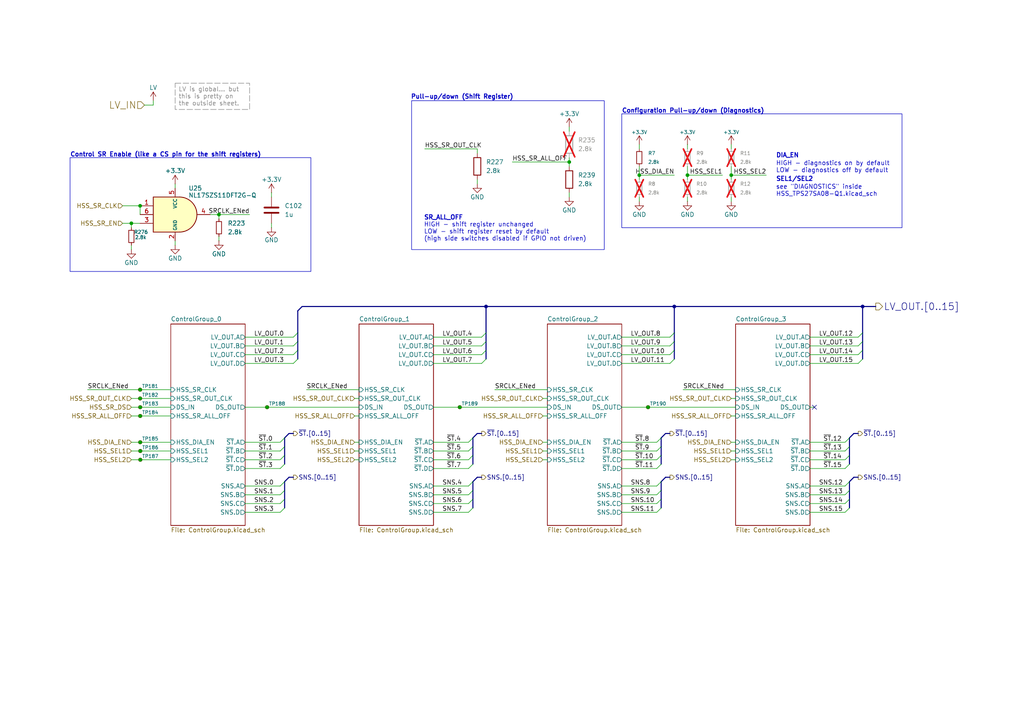
<source format=kicad_sch>
(kicad_sch (version 20250114) (generator "eeschema") (generator_version "9.0")
  (paper "A4")
  (title_block (title "Outputs") (rev "0") (company "Longhorn Racing Solar") (comment 1 "Changxu Liu"))
  (lib_symbols
    (symbol "Connector:TestPoint_Small" (pin_numbers (hide yes)) (pin_names (offset 0.762) (hide yes))
      (property "Reference" "TP" (at 0 3.81 0))
      (property "Value" "TestPoint_Small" (at 0 2.032 0))
      (symbol "TestPoint_Small_0_1"
        (circle (center 0 0) (radius 0.508))
      )
      (symbol "TestPoint_Small_1_1"
        (pin passive line (at 0 0 90) (length 0) (name "1") (number "1"))
      )
    )
    (symbol "PowerDistributionUnitCapacitorLib:1u" (pin_numbers (hide yes)) (pin_names (offset 0.254))
      (property "Reference" "C" (at 0.635 2.54 0))
      (property "Value" "1u" (at 0.635 -2.54 0))
      (symbol "1u_0_1"
        (polyline (pts (xy -2.032 0.762) (xy 2.032 0.762)) (stroke (width 0.508)))
        (polyline (pts (xy -2.032 -0.762) (xy 2.032 -0.762)) (stroke (width 0.508)))
      )
      (symbol "1u_1_1"
        (pin passive line (at 0 3.81 270) (length 2.794) (name "~") (number "1"))
        (pin passive line (at 0 -3.81 90) (length 2.794) (name "~") (number "2"))
      )
    )
    (symbol "PowerDistributionUnitLib:NL17SZS11DFT2G-Q"
      (property "Reference" "U" (at 8.89 -6.604 0))
      (property "Value" "NL17SZS11DFT2G-Q" (at 10.414 -8.636 0))
      (symbol "NL17SZS11DFT2G-Q_0_1"
        (arc (start 0 5.08) (mid 5.0482 0) (end 0 -5.08) (stroke (width 0.254)) (fill (type background)))
        (polyline (pts (xy 0 -5.08) (xy -7.62 -5.08) (xy -7.62 5.08) (xy 0 5.08)) (stroke (width 0.254)) (fill (type background)))
      )
      (symbol "NL17SZS11DFT2G-Q_1_1"
        (pin input line (at -11.43 2.54 0) (length 3.81) (name "~") (number "1"))
        (pin input line (at -11.43 0 0) (length 3.81) (name "~") (number "6"))
        (pin input line (at -11.43 -2.54 0) (length 3.81) (name "~") (number "3"))
        (pin power_in line (at -1.27 7.62 270) (length 2.4) (name "VCC") (number "5"))
        (pin power_in line (at -1.27 -7.62 90) (length 2.4) (name "GND") (number "2"))
        (pin output line (at 8.89 0 180) (length 3.91) (name "~") (number "4"))
      )
    )
    (symbol "PowerDistributionUnitResistorLib:2.8k" (pin_numbers (hide yes)) (pin_names (offset 0))
      (property "Reference" "R1" (at 2.54 1.2701 0))
      (property "Value" "2.8k" (at 2.54 -1.2699 0))
      (symbol "2.8k_0_1"
        (rectangle (start -1.016 -2.54) (end 1.016 2.54) (stroke (width 0.254)))
      )
      (symbol "2.8k_1_1"
        (pin passive line (at 0 3.81 270) (length 1.27) (name "~") (number "1"))
        (pin passive line (at 0 -3.81 90) (length 1.27) (name "~") (number "2"))
      )
    )
    (symbol "PowerDistributionUnitResistorLib:2.8k_Small" (pin_numbers (hide yes)) (pin_names (offset 0.254) (hide yes))
      (property "Reference" "R" (at 0 0 90))
      (property "Value" "2.8k" (at 1.778 0 90))
      (symbol "2.8k_Small_0_1"
        (rectangle (start -0.762 1.778) (end 0.762 -1.778) (stroke (width 0.2032)))
      )
      (symbol "2.8k_Small_1_1"
        (pin passive line (at 0 2.54 270) (length 0.762) (name "~") (number "1"))
        (pin passive line (at 0 -2.54 90) (length 0.762) (name "~") (number "2"))
      )
    )
    (symbol "power:+24V" (power) (pin_numbers (hide yes)) (pin_names (offset 0) (hide yes))
      (property "Value" "+24V" (at 0 3.556 0))
      (symbol "+24V_0_1"
        (polyline (pts (xy -0.762 1.27) (xy 0 2.54)))
        (polyline (pts (xy 0 2.54) (xy 0.762 1.27)))
        (polyline (pts (xy 0 0) (xy 0 2.54)))
      )
      (symbol "+24V_1_1"
        (pin power_in line (at 0 0 90) (length 0) (name "~") (number "1"))
      )
    )
    (symbol "power:+3.3V" (power) (pin_numbers (hide yes)) (pin_names (offset 0) (hide yes))
      (property "Value" "+3.3V" (at 0 3.556 0))
      (symbol "+3.3V_0_1"
        (polyline (pts (xy -0.762 1.27) (xy 0 2.54)))
        (polyline (pts (xy 0 2.54) (xy 0.762 1.27)))
        (polyline (pts (xy 0 0) (xy 0 2.54)))
      )
      (symbol "+3.3V_1_1"
        (pin power_in line (at 0 0 90) (length 0) (name "~") (number "1"))
      )
    )
    (symbol "power:GND" (power) (pin_numbers (hide yes)) (pin_names (offset 0) (hide yes))
      (property "Value" "GND" (at 0 -3.81 0))
      (symbol "GND_0_1"
        (polyline (pts (xy 0 0) (xy 0 -1.27) (xy 1.27 -1.27) (xy 0 -2.54) (xy -1.27 -1.27) (xy 0 -1.27)))
      )
      (symbol "GND_1_1"
        (pin power_in line (at 0 0 270) (length 0) (name "~") (number "1"))
      )
    )
  )
  (rectangle (start 180.34 33.02) (end 261.62 66.04))
  (rectangle (start 20.32 45.72) (end 90.17 78.74))
  (rectangle (start 119.38 29.21) (end 175.26 72.39))
  (text "SR_ALL_OFF" (at 122.936 62.484 0) (effects (font (size 1.27 1.27) (thickness 0.254) (bold yes)) (justify left top)))
  (text "Configuration Pull-up/down (Diagnostics)" (at 180.34 32.258 0) (effects (font (size 1.27 1.27) (thickness 0.254) (bold yes)) (justify left)))
  (text "Pull-up/down (Shift Register)" (at 119.126 28.194 0) (effects (font (size 1.27 1.27) (thickness 0.254) (bold yes)) (justify left)))
  (text "SEL1/SEL2" (at 225.044 51.308 0) (effects (font (size 1.27 1.27) (thickness 0.254) (bold yes)) (justify left top)))
  (text "Control SR Enable (like a CS pin for the shift registers)" (at 20.32 44.958 0) (effects (font (size 1.27 1.27) (thickness 0.254) (bold yes)) (justify left)))
  (text "DIA_EN" (at 225.044 44.45 0) (effects (font (size 1.27 1.27) (thickness 0.254) (bold yes)) (justify left top)))
  (text "HIGH - diagnostics on by default\nLOW - diagnostics off by default" (at 225.044 46.736 0) (effects (font (size 1.27 1.27)) (justify left top)))
  (text "see \"DIAGNOSTICS\" inside \nHSS_TPS27SA08-Q1.kicad_sch" (at 225.044 53.594 0) (effects (font (size 1.27 1.27)) (justify left top)))
  (text "HIGH - shift register unchanged\nLOW - shift register reset by default\n(high side switches disabled if GPIO not driven)\n" (at 122.936 64.516 0) (effects (font (size 1.27 1.27)) (justify left top)))
  (text_box "LV is global... but this is pretty on the outside sheet." (at 50.8 24.13 0) (size 21.59 7.62) (margins 0.9525 0.9525 0.9525 0.9525) (stroke (width 0) (type dash) (color 132 132 132 1)) (effects (font (size 1.27 1.27)) (justify left top)))
  (junction (at 187.96 118.11))
  (junction (at 40.693 133.35))
  (junction (at 165.1 46.99))
  (junction (at 38.1 64.77))
  (junction (at 40.6665 128.27))
  (junction (at 77.47 118.11))
  (junction (at 199.39 50.8))
  (junction (at 40.64 115.57))
  (junction (at 40.64 113.03))
  (junction (at 40.6665 118.11))
  (junction (at 40.693 130.81))
  (junction (at 185.42 50.8))
  (junction (at 140.97 88.9))
  (junction (at 40.6665 120.65))
  (junction (at 63.5 62.23))
  (junction (at 250.19 88.9))
  (junction (at 212.09 50.8))
  (junction (at 133.35 118.11))
  (junction (at 40.64 59.69))
  (junction (at 195.58 88.9))
  (no_connect (at 236.22 118.11))
  (bus_entry (at 86.36 104.14) (size -1.27 1.27))
  (bus_entry (at 250.19 96.52) (size -1.27 1.27))
  (bus_entry (at 137.16 144.78) (size -1.27 1.27))
  (bus_entry (at 191.77 134.62) (size -1.27 1.27))
  (bus_entry (at 191.77 129.54) (size -1.27 1.27))
  (bus_entry (at 82.55 134.62) (size -1.27 1.27))
  (bus_entry (at 246.38 147.32) (size -1.27 1.27))
  (bus_entry (at 82.55 147.32) (size -1.27 1.27))
  (bus_entry (at 250.19 101.6) (size -1.27 1.27))
  (bus_entry (at 137.16 142.24) (size -1.27 1.27))
  (bus_entry (at 137.16 127) (size -1.27 1.27))
  (bus_entry (at 140.97 104.14) (size -1.27 1.27))
  (bus_entry (at 191.77 144.78) (size -1.27 1.27))
  (bus_entry (at 191.77 132.08) (size -1.27 1.27))
  (bus_entry (at 195.58 96.52) (size -1.27 1.27))
  (bus_entry (at 137.16 139.7) (size -1.27 1.27))
  (bus_entry (at 246.38 142.24) (size -1.27 1.27))
  (bus_entry (at 246.38 139.7) (size -1.27 1.27))
  (bus_entry (at 140.97 101.6) (size -1.27 1.27))
  (bus_entry (at 191.77 127) (size -1.27 1.27))
  (bus_entry (at 82.55 127) (size -1.27 1.27))
  (bus_entry (at 195.58 99.06) (size -1.27 1.27))
  (bus_entry (at 246.38 127) (size -1.27 1.27))
  (bus_entry (at 86.36 99.06) (size -1.27 1.27))
  (bus_entry (at 82.55 139.7) (size -1.27 1.27))
  (bus_entry (at 250.19 104.14) (size -1.27 1.27))
  (bus_entry (at 246.38 144.78) (size -1.27 1.27))
  (bus_entry (at 82.55 142.24) (size -1.27 1.27))
  (bus_entry (at 82.55 132.08) (size -1.27 1.27))
  (bus_entry (at 137.16 147.32) (size -1.27 1.27))
  (bus_entry (at 140.97 96.52) (size -1.27 1.27))
  (bus_entry (at 246.38 129.54) (size -1.27 1.27))
  (bus_entry (at 137.16 129.54) (size -1.27 1.27))
  (bus_entry (at 137.16 132.08) (size -1.27 1.27))
  (bus_entry (at 195.58 101.6) (size -1.27 1.27))
  (bus_entry (at 246.38 134.62) (size -1.27 1.27))
  (bus_entry (at 195.58 104.14) (size -1.27 1.27))
  (bus_entry (at 250.19 99.06) (size -1.27 1.27))
  (bus_entry (at 82.55 144.78) (size -1.27 1.27))
  (bus_entry (at 191.77 147.32) (size -1.27 1.27))
  (bus_entry (at 246.38 132.08) (size -1.27 1.27))
  (bus_entry (at 140.97 99.06) (size -1.27 1.27))
  (bus_entry (at 191.77 139.7) (size -1.27 1.27))
  (bus_entry (at 86.36 101.6) (size -1.27 1.27))
  (bus_entry (at 137.16 134.62) (size -1.27 1.27))
  (bus_entry (at 191.77 142.24) (size -1.27 1.27))
  (bus_entry (at 82.55 129.54) (size -1.27 1.27))
  (bus_entry (at 86.36 96.52) (size -1.27 1.27))
  (wire (pts (xy 71.12 118.11) (xy 77.47 118.11)))
  (wire (pts (xy 125.73 128.27) (xy 135.89 128.27)))
  (bus (pts (xy 191.77 142.24) (xy 191.77 144.78)))
  (wire (pts (xy 185.42 50.8) (xy 185.42 52.07)))
  (wire (pts (xy 71.12 146.05) (xy 81.28 146.05)))
  (wire (pts (xy 199.39 50.8) (xy 199.39 52.07)))
  (wire (pts (xy 165.1 46.99) (xy 165.1 48.26)))
  (wire (pts (xy 139.7 105.41) (xy 125.73 105.41)))
  (bus (pts (xy 191.77 139.7) (xy 191.77 142.24)))
  (wire (pts (xy 185.42 50.8) (xy 195.58 50.8)))
  (wire (pts (xy 77.47 118.11) (xy 104.14 118.11)))
  (wire (pts (xy 102.87 130.81) (xy 104.14 130.81)))
  (wire (pts (xy 157.48 115.57) (xy 158.75 115.57)))
  (wire (pts (xy 234.95 148.59) (xy 245.11 148.59)))
  (wire (pts (xy 180.34 146.05) (xy 190.5 146.05)))
  (bus (pts (xy 246.38 139.7) (xy 247.65 138.43)))
  (wire (pts (xy 41.91 30.48) (xy 44.45 30.48)))
  (bus (pts (xy 250.19 88.9) (xy 254 88.9)))
  (wire (pts (xy 71.12 135.89) (xy 81.28 135.89)))
  (wire (pts (xy 71.12 140.97) (xy 81.28 140.97)))
  (wire (pts (xy 157.48 120.65) (xy 158.75 120.65)))
  (wire (pts (xy 40.693 133.35) (xy 49.53 133.35)))
  (wire (pts (xy 199.39 50.8) (xy 209.55 50.8)))
  (bus (pts (xy 137.16 139.7) (xy 138.43 138.43)))
  (wire (pts (xy 71.12 97.79) (xy 85.09 97.79)))
  (bus (pts (xy 246.38 144.78) (xy 246.38 147.32)))
  (bus (pts (xy 138.43 138.43) (xy 139.7 138.43)))
  (wire (pts (xy 38.1265 115.57) (xy 40.64 115.57)))
  (bus (pts (xy 82.55 127) (xy 82.55 129.54)))
  (bus (pts (xy 246.38 139.7) (xy 246.38 142.24)))
  (bus (pts (xy 246.38 142.24) (xy 246.38 144.78)))
  (wire (pts (xy 165.1 36.83) (xy 165.1 38.1)))
  (wire (pts (xy 50.8 69.85) (xy 50.8 71.12)))
  (wire (pts (xy 180.34 102.87) (xy 194.31 102.87)))
  (wire (pts (xy 40.6665 118.11) (xy 49.53 118.11)))
  (wire (pts (xy 88.9 113.03) (xy 104.14 113.03)))
  (bus (pts (xy 195.58 96.52) (xy 195.58 99.06)))
  (bus (pts (xy 137.16 144.78) (xy 137.16 147.32)))
  (bus (pts (xy 246.38 132.08) (xy 246.38 134.62)))
  (wire (pts (xy 180.34 118.11) (xy 187.96 118.11)))
  (wire (pts (xy 125.73 133.35) (xy 135.89 133.35)))
  (wire (pts (xy 125.73 140.97) (xy 135.89 140.97)))
  (wire (pts (xy 148.59 46.99) (xy 165.1 46.99)))
  (bus (pts (xy 86.36 90.17) (xy 87.63 88.9)))
  (bus (pts (xy 82.55 142.24) (xy 82.55 144.78)))
  (wire (pts (xy 212.09 115.57) (xy 213.36 115.57)))
  (wire (pts (xy 38.1265 133.35) (xy 40.693 133.35)))
  (bus (pts (xy 191.77 144.78) (xy 191.77 147.32)))
  (wire (pts (xy 71.12 148.59) (xy 81.28 148.59)))
  (bus (pts (xy 83.82 138.43) (xy 85.09 138.43)))
  (wire (pts (xy 78.74 64.77) (xy 78.74 66.04)))
  (bus (pts (xy 82.55 139.7) (xy 83.82 138.43)))
  (wire (pts (xy 125.73 146.05) (xy 135.89 146.05)))
  (wire (pts (xy 38.1 64.77) (xy 40.64 64.77)))
  (wire (pts (xy 212.09 133.35) (xy 213.36 133.35)))
  (wire (pts (xy 234.95 146.05) (xy 245.11 146.05)))
  (bus (pts (xy 140.97 88.9) (xy 195.58 88.9)))
  (bus (pts (xy 83.82 125.73) (xy 85.09 125.73)))
  (wire (pts (xy 123.19 43.18) (xy 138.43 43.18)))
  (wire (pts (xy 40.693 130.81) (xy 49.53 130.81)))
  (wire (pts (xy 138.43 52.07) (xy 138.43 53.34)))
  (wire (pts (xy 165.1 45.72) (xy 165.1 46.99)))
  (wire (pts (xy 38.1265 120.65) (xy 40.6665 120.65)))
  (wire (pts (xy 125.73 143.51) (xy 135.89 143.51)))
  (bus (pts (xy 247.65 125.73) (xy 248.92 125.73)))
  (wire (pts (xy 71.12 128.27) (xy 81.28 128.27)))
  (wire (pts (xy 234.95 135.89) (xy 245.11 135.89)))
  (wire (pts (xy 125.73 102.87) (xy 139.7 102.87)))
  (wire (pts (xy 35.56 64.77) (xy 38.1 64.77)))
  (wire (pts (xy 248.92 105.41) (xy 234.95 105.41)))
  (bus (pts (xy 250.19 101.6) (xy 250.19 104.14)))
  (bus (pts (xy 246.38 127) (xy 246.38 129.54)))
  (bus (pts (xy 82.55 144.78) (xy 82.55 147.32)))
  (wire (pts (xy 125.73 135.89) (xy 135.89 135.89)))
  (wire (pts (xy 180.34 148.59) (xy 190.5 148.59)))
  (bus (pts (xy 246.38 129.54) (xy 246.38 132.08)))
  (wire (pts (xy 71.12 102.87) (xy 85.09 102.87)))
  (bus (pts (xy 247.65 138.43) (xy 248.92 138.43)))
  (wire (pts (xy 180.34 128.27) (xy 190.5 128.27)))
  (bus (pts (xy 86.36 101.6) (xy 86.36 104.14)))
  (wire (pts (xy 212.09 48.26) (xy 212.09 50.8)))
  (wire (pts (xy 38.1 64.77) (xy 38.1 66.04)))
  (bus (pts (xy 137.16 139.7) (xy 137.16 142.24)))
  (bus (pts (xy 195.58 99.06) (xy 195.58 101.6)))
  (wire (pts (xy 212.09 57.15) (xy 212.09 58.42)))
  (bus (pts (xy 250.19 96.52) (xy 250.19 99.06)))
  (wire (pts (xy 199.39 41.91) (xy 199.39 43.18)))
  (wire (pts (xy 212.09 128.27) (xy 213.36 128.27)))
  (wire (pts (xy 40.64 115.57) (xy 49.53 115.57)))
  (wire (pts (xy 180.34 135.89) (xy 190.5 135.89)))
  (wire (pts (xy 102.87 120.65) (xy 104.14 120.65)))
  (wire (pts (xy 234.95 130.81) (xy 245.11 130.81)))
  (wire (pts (xy 85.09 105.41) (xy 71.12 105.41)))
  (wire (pts (xy 187.96 118.11) (xy 213.36 118.11)))
  (wire (pts (xy 234.95 100.33) (xy 248.92 100.33)))
  (bus (pts (xy 193.04 125.73) (xy 194.31 125.73)))
  (bus (pts (xy 195.58 88.9) (xy 195.58 96.52)))
  (bus (pts (xy 191.77 129.54) (xy 191.77 132.08)))
  (wire (pts (xy 71.12 100.33) (xy 85.09 100.33)))
  (wire (pts (xy 234.95 128.27) (xy 245.11 128.27)))
  (wire (pts (xy 180.34 130.81) (xy 190.5 130.81)))
  (wire (pts (xy 102.87 115.57) (xy 104.14 115.57)))
  (bus (pts (xy 140.97 96.52) (xy 140.97 99.06)))
  (wire (pts (xy 180.34 97.79) (xy 194.31 97.79)))
  (wire (pts (xy 234.95 140.97) (xy 245.11 140.97)))
  (wire (pts (xy 234.95 97.79) (xy 248.92 97.79)))
  (wire (pts (xy 157.48 133.35) (xy 158.75 133.35)))
  (wire (pts (xy 185.42 41.91) (xy 185.42 43.18)))
  (wire (pts (xy 71.12 130.81) (xy 81.28 130.81)))
  (bus (pts (xy 193.04 138.43) (xy 194.31 138.43)))
  (wire (pts (xy 234.95 133.35) (xy 245.11 133.35)))
  (wire (pts (xy 143.51 113.03) (xy 158.75 113.03)))
  (bus (pts (xy 137.16 127) (xy 137.16 129.54)))
  (wire (pts (xy 35.56 59.69) (xy 40.64 59.69)))
  (wire (pts (xy 185.42 57.15) (xy 185.42 58.42)))
  (wire (pts (xy 25.4 113.03) (xy 40.64 113.03)))
  (wire (pts (xy 180.34 133.35) (xy 190.5 133.35)))
  (bus (pts (xy 82.55 127) (xy 83.82 125.73)))
  (wire (pts (xy 63.5 62.23) (xy 63.5 63.5)))
  (wire (pts (xy 40.6665 120.65) (xy 49.53 120.65)))
  (bus (pts (xy 86.36 99.06) (xy 86.36 101.6)))
  (wire (pts (xy 198.12 113.03) (xy 213.36 113.03)))
  (bus (pts (xy 137.16 129.54) (xy 137.16 132.08)))
  (wire (pts (xy 125.73 130.81) (xy 135.89 130.81)))
  (wire (pts (xy 102.87 128.27) (xy 104.14 128.27)))
  (wire (pts (xy 44.45 29.21) (xy 44.45 30.48)))
  (bus (pts (xy 82.55 132.08) (xy 82.55 134.62)))
  (wire (pts (xy 71.12 133.35) (xy 81.28 133.35)))
  (bus (pts (xy 137.16 142.24) (xy 137.16 144.78)))
  (wire (pts (xy 212.09 50.8) (xy 212.09 52.07)))
  (bus (pts (xy 191.77 132.08) (xy 191.77 134.62)))
  (bus (pts (xy 195.58 101.6) (xy 195.58 104.14)))
  (wire (pts (xy 50.8 53.34) (xy 50.8 54.61)))
  (wire (pts (xy 180.34 140.97) (xy 190.5 140.97)))
  (wire (pts (xy 60.96 62.23) (xy 63.5 62.23)))
  (bus (pts (xy 137.16 132.08) (xy 137.16 134.62)))
  (wire (pts (xy 234.95 102.87) (xy 248.92 102.87)))
  (bus (pts (xy 140.97 88.9) (xy 140.97 96.52)))
  (bus (pts (xy 140.97 99.06) (xy 140.97 101.6)))
  (bus (pts (xy 250.19 88.9) (xy 250.19 96.52)))
  (bus (pts (xy 246.38 127) (xy 247.65 125.73)))
  (wire (pts (xy 212.09 120.65) (xy 213.36 120.65)))
  (wire (pts (xy 38.1 71.12) (xy 38.1 72.39)))
  (wire (pts (xy 102.87 133.35) (xy 104.14 133.35)))
  (wire (pts (xy 38.1265 130.81) (xy 40.693 130.81)))
  (wire (pts (xy 40.6665 128.27) (xy 49.53 128.27)))
  (bus (pts (xy 82.55 129.54) (xy 82.55 132.08)))
  (wire (pts (xy 38.1265 128.27) (xy 40.6665 128.27)))
  (wire (pts (xy 234.95 143.51) (xy 245.11 143.51)))
  (wire (pts (xy 63.5 68.58) (xy 63.5 69.85)))
  (wire (pts (xy 38.1265 118.11) (xy 40.6665 118.11)))
  (bus (pts (xy 191.77 127) (xy 193.04 125.73)))
  (wire (pts (xy 71.12 143.51) (xy 81.28 143.51)))
  (wire (pts (xy 157.48 128.27) (xy 158.75 128.27)))
  (wire (pts (xy 199.39 48.26) (xy 199.39 50.8)))
  (wire (pts (xy 180.34 143.51) (xy 190.5 143.51)))
  (wire (pts (xy 138.43 43.18) (xy 138.43 44.45)))
  (wire (pts (xy 234.95 118.11) (xy 236.22 118.11)))
  (bus (pts (xy 140.97 101.6) (xy 140.97 104.14)))
  (bus (pts (xy 250.19 99.06) (xy 250.19 101.6)))
  (wire (pts (xy 212.09 50.8) (xy 222.25 50.8)))
  (wire (pts (xy 199.39 57.15) (xy 199.39 58.42)))
  (wire (pts (xy 125.73 100.33) (xy 139.7 100.33)))
  (bus (pts (xy 137.16 127) (xy 138.43 125.73)))
  (bus (pts (xy 86.36 96.52) (xy 86.36 90.17)))
  (wire (pts (xy 212.09 130.81) (xy 213.36 130.81)))
  (wire (pts (xy 78.74 55.88) (xy 78.74 57.15)))
  (wire (pts (xy 63.5 62.23) (xy 72.39 62.23)))
  (bus (pts (xy 191.77 139.7) (xy 193.04 138.43)))
  (bus (pts (xy 195.58 88.9) (xy 250.19 88.9)))
  (wire (pts (xy 133.35 118.11) (xy 158.75 118.11)))
  (wire (pts (xy 157.48 130.81) (xy 158.75 130.81)))
  (wire (pts (xy 185.42 48.26) (xy 185.42 50.8)))
  (wire (pts (xy 180.34 100.33) (xy 194.31 100.33)))
  (wire (pts (xy 212.09 41.91) (xy 212.09 43.18)))
  (bus (pts (xy 87.63 88.9) (xy 140.97 88.9)))
  (bus (pts (xy 191.77 127) (xy 191.77 129.54)))
  (wire (pts (xy 125.73 97.79) (xy 139.7 97.79)))
  (wire (pts (xy 125.73 118.11) (xy 133.35 118.11)))
  (bus (pts (xy 138.43 125.73) (xy 139.7 125.73)))
  (wire (pts (xy 165.1 55.88) (xy 165.1 57.15)))
  (bus (pts (xy 82.55 139.7) (xy 82.55 142.24)))
  (wire (pts (xy 125.73 148.59) (xy 135.89 148.59)))
  (wire (pts (xy 40.64 113.03) (xy 49.53 113.03)))
  (bus (pts (xy 86.36 96.52) (xy 86.36 99.06)))
  (wire (pts (xy 194.31 105.41) (xy 180.34 105.41)))
  (wire (pts (xy 40.64 59.69) (xy 40.64 62.23)))
  (label "LV_OUT.5" (at 128.27 100.33 0))
  (label "~{ST}.9" (at 184.15 130.81 0))
  (label "~{ST}.12" (at 238.76 128.27 0))
  (label "SNS.15" (at 237.49 148.59 0))
  (label "LV_OUT.4" (at 128.27 97.79 0))
  (label "SRCLK_ENed" (at 143.51 113.03 0))
  (label "~{ST}.3" (at 74.93 135.89 0))
  (label "HSS_SR_ALL_OFF" (at 148.59 46.99 0))
  (label "~{ST}.15" (at 238.76 135.89 0))
  (label "LV_OUT.9" (at 182.88 100.33 0))
  (label "SNS.10" (at 182.88 146.05 0))
  (label "LV_OUT.13" (at 237.49 100.33 0))
  (label "~{ST}.6" (at 129.54 133.35 0))
  (label "SNS.1" (at 73.66 143.51 0))
  (label "~{ST}.2" (at 74.93 133.35 0))
  (label "LV_OUT.8" (at 182.88 97.79 0))
  (label "~{ST}.14" (at 238.76 133.35 0))
  (label "~{ST}.5" (at 129.54 130.81 0))
  (label "LV_OUT.14" (at 237.49 102.87 0))
  (label "LV_OUT.15" (at 237.49 105.41 0))
  (label "SRCLK_ENed" (at 198.12 113.03 0))
  (label "~{ST}.11" (at 184.15 135.89 0))
  (label "SRCLK_ENed" (at 25.4 113.03 0))
  (label "~{ST}.10" (at 184.15 133.35 0))
  (label "LV_OUT.3" (at 73.66 105.41 0))
  (label "SRCLK_ENed" (at 88.9 113.03 0))
  (label "SNS.6" (at 128.27 146.05 0))
  (label "LV_OUT.12" (at 237.49 97.79 0))
  (label "SNS.11" (at 182.88 148.59 0))
  (label "LV_OUT.11" (at 182.88 105.41 0))
  (label "SNS.8" (at 182.88 140.97 0))
  (label "SNS.5" (at 128.27 143.51 0))
  (label "SRCLK_ENed" (at 72.39 62.23 180))
  (label "~{ST}.1" (at 74.93 130.81 0))
  (label "HSS_SR_OUT_CLK" (at 123.19 43.18 0))
  (label "~{ST}.13" (at 238.76 130.81 0))
  (label "LV_OUT.1" (at 73.66 100.33 0))
  (label "~{ST}.8" (at 184.15 128.27 0))
  (label "SNS.7" (at 128.27 148.59 0))
  (label "~{ST}.4" (at 129.54 128.27 0))
  (label "SNS.12" (at 237.49 140.97 0))
  (label "SNS.0" (at 73.66 140.97 0))
  (label "SNS.9" (at 182.88 143.51 0))
  (label "~{ST}.0" (at 74.93 128.27 0))
  (label "SNS.14" (at 237.49 146.05 0))
  (label "~{ST}.7" (at 129.54 135.89 0))
  (label "SNS.2" (at 73.66 146.05 0))
  (label "LV_OUT.7" (at 128.27 105.41 0))
  (label "HSS_SEL2" (at 222.25 50.8 180))
  (label "LV_OUT.10" (at 182.88 102.87 0))
  (label "LV_OUT.2" (at 73.66 102.87 0))
  (label "LV_OUT.0" (at 73.66 97.79 0))
  (label "LV_OUT.6" (at 128.27 102.87 0))
  (label "HSS_DIA_EN" (at 195.58 50.8 180))
  (label "SNS.3" (at 73.66 148.59 0))
  (label "SNS.13" (at 237.49 143.51 0))
  (label "HSS_SEL1" (at 209.55 50.8 180))
  (label "SNS.4" (at 128.27 140.97 0))
  (hierarchical_label "SNS.[0..15]" (shape output) (at 139.7 138.43 0))
  (hierarchical_label "HSS_SR_CLK" (shape input) (at 35.56 59.69 180))
  (hierarchical_label "~{ST}.[0..15]" (shape output) (at 85.09 125.73 0))
  (hierarchical_label "LV_IN" (shape input) (at 41.91 30.48 180) (effects (font (size 2 2))))
  (hierarchical_label "HSS_SR_DS" (shape input) (at 38.1265 118.11 180))
  (hierarchical_label "HSS_SR_ALL_OFF" (shape input) (at 102.87 120.65 180))
  (hierarchical_label "HSS_SEL1" (shape input) (at 102.87 130.81 180))
  (hierarchical_label "HSS_SEL1" (shape input) (at 38.1265 130.81 180))
  (hierarchical_label "HSS_SEL1" (shape input) (at 212.09 130.81 180))
  (hierarchical_label "~{ST}.[0..15]" (shape output) (at 194.31 125.73 0))
  (hierarchical_label "HSS_SEL2" (shape input) (at 102.87 133.35 180))
  (hierarchical_label "HSS_DIA_EN" (shape input) (at 38.1265 128.27 180))
  (hierarchical_label "HSS_SR_OUT_CLK" (shape input) (at 157.48 115.57 180))
  (hierarchical_label "HSS_SEL2" (shape input) (at 157.48 133.35 180))
  (hierarchical_label "HSS_SEL1" (shape input) (at 157.48 130.81 180))
  (hierarchical_label "HSS_DIA_EN" (shape input) (at 212.09 128.27 180))
  (hierarchical_label "HSS_SEL2" (shape input) (at 212.09 133.35 180))
  (hierarchical_label "HSS_SR_OUT_CLK" (shape input) (at 212.09 115.57 180))
  (hierarchical_label "HSS_SR_OUT_CLK" (shape input) (at 102.87 115.57 180))
  (hierarchical_label "SNS.[0..15]" (shape output) (at 248.92 138.43 0))
  (hierarchical_label "HSS_SR_ALL_OFF" (shape input) (at 157.48 120.65 180))
  (hierarchical_label "HSS_SR_ALL_OFF" (shape input) (at 212.09 120.65 180))
  (hierarchical_label "LV_OUT.[0..15]" (shape output) (at 254 88.9 0) (effects (font (size 2 2))))
  (hierarchical_label "~{ST}.[0..15]" (shape output) (at 139.7 125.73 0))
  (hierarchical_label "SNS.[0..15]" (shape output) (at 85.09 138.43 0))
  (hierarchical_label "HSS_SR_EN" (shape input) (at 35.56 64.77 180))
  (hierarchical_label "~{ST}.[0..15]" (shape output) (at 248.92 125.73 0))
  (hierarchical_label "SNS.[0..15]" (shape output) (at 194.31 138.43 0))
  (hierarchical_label "HSS_SR_OUT_CLK" (shape input) (at 38.1265 115.57 180))
  (hierarchical_label "HSS_SR_ALL_OFF" (shape input) (at 38.1265 120.65 180))
  (hierarchical_label "HSS_DIA_EN" (shape input) (at 157.48 128.27 180))
  (hierarchical_label "HSS_DIA_EN" (shape input) (at 102.87 128.27 180))
  (hierarchical_label "HSS_SEL2" (shape input) (at 38.1265 133.35 180))
  (symbol (lib_id "PowerDistributionUnitResistorLib:2.8k_Small") (at 185.42 54.61 0) (unit 1) (dnp yes)
    (property "Reference" "R8" (at 187.96 53.3399 0) (effects (font (size 1.016 1.016)) (justify left)))
    (property "Value" "2.8k" (at 187.96 55.88 0) (effects (font (size 1 1)) (justify left)))
    (property "Footprint" "Resistor_SMD:R_0603_1608Metric" (effects (hide yes)))
    (property "Datasheet" "kicad-embed://dcrcwe3.pdf" (effects (hide yes)))
    (property "Description" "Resistor, small symbol" (effects (hide yes)))
    (property "P/N" "CRCW06032K80FKEA" (effects (hide yes)))
    (property "Mouser P/N" "71-CRCW0603-2.8K-E3" (effects (hide yes)))
    (property "Digikey P/N" "541-2.80KHCT-ND" (effects (hide yes)))
  )
  (symbol (lib_id "PowerDistributionUnitResistorLib:2.8k_Small") (at 185.42 45.72 0) (unit 1)
    (property "Reference" "R7" (at 187.96 44.4499 0) (effects (font (size 1.016 1.016)) (justify left)))
    (property "Value" "2.8k" (at 187.96 46.99 0) (effects (font (size 1 1)) (justify left)))
    (property "Footprint" "Resistor_SMD:R_0603_1608Metric" (effects (hide yes)))
    (property "Datasheet" "kicad-embed://dcrcwe3.pdf" (effects (hide yes)))
    (property "Description" "Resistor, small symbol" (effects (hide yes)))
    (property "P/N" "CRCW06032K80FKEA" (effects (hide yes)))
    (property "Mouser P/N" "71-CRCW0603-2.8K-E3" (effects (hide yes)))
    (property "Digikey P/N" "541-2.80KHCT-ND" (effects (hide yes)))
  )
  (symbol (lib_id "Connector:TestPoint_Small") (at 40.64 113.03 0) (unit 1) (in_bom no)
    (property "Reference" "TP181" (at 41.148 112.014 0) (effects (font (size 1 1)) (justify left)))
    (property "Value" "TestPoint_Small" (effects (hide yes)))
    (property "Footprint" "TestPoint:TestPoint_Pad_D1.0mm" (effects (hide yes)))
    (property "Description" "test point" (effects (hide yes)))
  )
  (symbol (lib_id "power:+3.3V") (at 185.42 41.91 0) (unit 1)
    (property "Reference" "#PWR041" (effects (hide yes)))
    (property "Value" "+3.3V" (at 185.42 38.354 0) (effects (font (size 1 1))))
    (property "Description" "Power symbol creates a global label with name \"+3.3V\"" (effects (hide yes)))
  )
  (symbol (lib_id "power:GND") (at 63.5 69.85 0) (unit 1)
    (property "Reference" "#PWR0422" (effects (hide yes)))
    (property "Value" "GND" (at 63.5 73.66 0))
    (property "Description" "Power symbol creates a global label with name \"GND\" , ground" (effects (hide yes)))
  )
  (symbol (lib_id "power:+3.3V") (at 165.1 36.83 0) (unit 1)
    (property "Reference" "#PWR0438" (effects (hide yes)))
    (property "Value" "+3.3V" (at 165.1 33.02 0))
    (property "Description" "Power symbol creates a global label with name \"+3.3V\"" (effects (hide yes)))
  )
  (symbol (lib_id "PowerDistributionUnitResistorLib:2.8k_Small") (at 199.39 45.72 0) (unit 1) (dnp yes)
    (property "Reference" "R9" (at 201.93 44.4499 0) (effects (font (size 1.016 1.016)) (justify left)))
    (property "Value" "2.8k" (at 201.93 46.99 0) (effects (font (size 1 1)) (justify left)))
    (property "Footprint" "Resistor_SMD:R_0603_1608Metric" (effects (hide yes)))
    (property "Datasheet" "kicad-embed://dcrcwe3.pdf" (effects (hide yes)))
    (property "Description" "Resistor, small symbol" (effects (hide yes)))
    (property "P/N" "CRCW06032K80FKEA" (effects (hide yes)))
    (property "Mouser P/N" "71-CRCW0603-2.8K-E3" (effects (hide yes)))
    (property "Digikey P/N" "541-2.80KHCT-ND" (effects (hide yes)))
  )
  (symbol (lib_id "Connector:TestPoint_Small") (at 77.47 118.11 0) (unit 1) (in_bom no)
    (property "Reference" "TP188" (at 77.978 117.094 0) (effects (font (size 1 1)) (justify left)))
    (property "Value" "TestPoint_Small" (effects (hide yes)))
    (property "Footprint" "TestPoint:TestPoint_Pad_D1.0mm" (effects (hide yes)))
    (property "Description" "test point" (effects (hide yes)))
  )
  (symbol (lib_id "PowerDistributionUnitResistorLib:2.8k") (at 165.1 41.91 0) (unit 1) (dnp yes)
    (property "Reference" "R235" (at 167.64 40.6399 0) (effects (justify left)))
    (property "Value" "2.8k" (at 167.64 43.1799 0) (effects (justify left)))
    (property "Footprint" "Resistor_SMD:R_0603_1608Metric" (effects (hide yes)))
    (property "Datasheet" "kicad-embed://dcrcwe3.pdf" (effects (hide yes)))
    (property "Description" "Resistor" (effects (hide yes)))
    (property "P/N" "CRCW06032K80FKEA" (effects (hide yes)))
    (property "Mouser P/N" "71-CRCW0603-2.8K-E3" (effects (hide yes)))
    (property "Digikey P/N" "541-2.80KHCT-ND" (effects (hide yes)))
  )
  (symbol (lib_id "PowerDistributionUnitResistorLib:2.8k_Small") (at 63.5 66.04 0) (unit 1)
    (property "Reference" "R223" (at 66.04 64.7699 0) (effects (justify left)))
    (property "Value" "2.8k" (at 66.04 67.3099 0) (effects (justify left)))
    (property "Footprint" "Resistor_SMD:R_0603_1608Metric" (effects (hide yes)))
    (property "Datasheet" "kicad-embed://dcrcwe3.pdf" (effects (hide yes)))
    (property "Description" "Resistor, small symbol" (effects (hide yes)))
    (property "P/N" "CRCW06032K80FKEA" (effects (hide yes)))
    (property "Mouser P/N" "71-CRCW0603-2.8K-E3" (effects (hide yes)))
    (property "Digikey P/N" "541-2.80KHCT-ND" (effects (hide yes)))
  )
  (symbol (lib_id "Connector:TestPoint_Small") (at 40.6665 128.27 0) (unit 1) (in_bom no)
    (property "Reference" "TP185" (at 41.1745 127.254 0) (effects (font (size 1 1)) (justify left)))
    (property "Value" "TestPoint_Small" (effects (hide yes)))
    (property "Footprint" "TestPoint:TestPoint_Pad_D1.0mm" (effects (hide yes)))
    (property "Description" "test point" (effects (hide yes)))
  )
  (symbol (lib_id "PowerDistributionUnitResistorLib:2.8k_Small") (at 199.39 54.61 0) (unit 1) (dnp yes)
    (property "Reference" "R10" (at 201.93 53.3399 0) (effects (font (size 1.016 1.016)) (justify left)))
    (property "Value" "2.8k" (at 201.93 55.88 0) (effects (font (size 1 1)) (justify left)))
    (property "Footprint" "Resistor_SMD:R_0603_1608Metric" (effects (hide yes)))
    (property "Datasheet" "kicad-embed://dcrcwe3.pdf" (effects (hide yes)))
    (property "Description" "Resistor, small symbol" (effects (hide yes)))
    (property "P/N" "CRCW06032K80FKEA" (effects (hide yes)))
    (property "Mouser P/N" "71-CRCW0603-2.8K-E3" (effects (hide yes)))
    (property "Digikey P/N" "541-2.80KHCT-ND" (effects (hide yes)))
  )
  (symbol (lib_id "power:GND") (at 138.43 53.34 0) (unit 1)
    (property "Reference" "#PWR0426" (effects (hide yes)))
    (property "Value" "GND" (at 138.43 57.15 0))
    (property "Description" "Power symbol creates a global label with name \"GND\" , ground" (effects (hide yes)))
  )
  (symbol (lib_id "PowerDistributionUnitResistorLib:2.8k") (at 165.1 52.07 0) (unit 1)
    (property "Reference" "R239" (at 167.64 50.7999 0) (effects (justify left)))
    (property "Value" "2.8k" (at 167.64 53.3399 0) (effects (justify left)))
    (property "Footprint" "Resistor_SMD:R_0603_1608Metric" (effects (hide yes)))
    (property "Datasheet" "kicad-embed://dcrcwe3.pdf" (effects (hide yes)))
    (property "Description" "Resistor" (effects (hide yes)))
    (property "P/N" "CRCW06032K80FKEA" (effects (hide yes)))
    (property "Mouser P/N" "71-CRCW0603-2.8K-E3" (effects (hide yes)))
    (property "Digikey P/N" "541-2.80KHCT-ND" (effects (hide yes)))
  )
  (symbol (lib_id "power:GND") (at 50.8 71.12 0) (unit 1)
    (property "Reference" "#PWR014" (effects (hide yes)))
    (property "Value" "GND" (at 50.8 74.93 0))
    (property "Description" "Power symbol creates a global label with name \"GND\" , ground" (effects (hide yes)))
  )
  (symbol (lib_id "Connector:TestPoint_Small") (at 40.6665 120.65 0) (unit 1) (in_bom no)
    (property "Reference" "TP184" (at 41.1745 119.634 0) (effects (font (size 1 1)) (justify left)))
    (property "Value" "TestPoint_Small" (effects (hide yes)))
    (property "Footprint" "TestPoint:TestPoint_Pad_D1.0mm" (effects (hide yes)))
    (property "Description" "test point" (effects (hide yes)))
  )
  (symbol (lib_id "PowerDistributionUnitResistorLib:2.8k_Small") (at 38.1 68.58 0) (unit 1)
    (property "Reference" "R276" (at 38.862 67.31 0) (effects (font (size 1.016 1.016)) (justify left)))
    (property "Value" "2.8k" (at 39.116 68.834 0) (effects (font (size 1 1)) (justify left)))
    (property "Footprint" "Resistor_SMD:R_0603_1608Metric" (effects (hide yes)))
    (property "Datasheet" "kicad-embed://dcrcwe3.pdf" (effects (hide yes)))
    (property "Description" "Resistor, small symbol" (effects (hide yes)))
    (property "P/N" "CRCW06032K80FKEA" (effects (hide yes)))
    (property "Mouser P/N" "71-CRCW0603-2.8K-E3" (effects (hide yes)))
    (property "Digikey P/N" "541-2.80KHCT-ND" (effects (hide yes)))
  )
  (symbol (lib_id "power:GND") (at 212.09 58.42 0) (unit 1)
    (property "Reference" "#PWR048" (effects (hide yes)))
    (property "Value" "GND" (at 212.09 62.23 0))
    (property "Description" "Power symbol creates a global label with name \"GND\" , ground" (effects (hide yes)))
  )
  (symbol (lib_id "power:GND") (at 199.39 58.42 0) (unit 1)
    (property "Reference" "#PWR045" (effects (hide yes)))
    (property "Value" "GND" (at 199.39 62.23 0))
    (property "Description" "Power symbol creates a global label with name \"GND\" , ground" (effects (hide yes)))
  )
  (symbol (lib_id "Connector:TestPoint_Small") (at 40.693 130.81 0) (unit 1) (in_bom no)
    (property "Reference" "TP186" (at 41.201 129.794 0) (effects (font (size 1 1)) (justify left)))
    (property "Value" "TestPoint_Small" (effects (hide yes)))
    (property "Footprint" "TestPoint:TestPoint_Pad_D1.0mm" (effects (hide yes)))
    (property "Description" "test point" (effects (hide yes)))
  )
  (symbol (lib_id "power:+3.3V") (at 78.74 55.88 0) (unit 1)
    (property "Reference" "#PWR016" (effects (hide yes)))
    (property "Value" "+3.3V" (at 78.74 52.07 0))
    (property "Description" "Power symbol creates a global label with name \"+3.3V\"" (effects (hide yes)))
  )
  (symbol (lib_id "Connector:TestPoint_Small") (at 40.6665 118.11 0) (unit 1) (in_bom no)
    (property "Reference" "TP183" (at 41.1745 117.094 0) (effects (font (size 1 1)) (justify left)))
    (property "Value" "TestPoint_Small" (effects (hide yes)))
    (property "Footprint" "TestPoint:TestPoint_Pad_D1.0mm" (effects (hide yes)))
    (property "Description" "test point" (effects (hide yes)))
  )
  (symbol (lib_id "power:+3.3V") (at 199.39 41.91 0) (unit 1)
    (property "Reference" "#PWR044" (effects (hide yes)))
    (property "Value" "+3.3V" (at 199.39 38.354 0) (effects (font (size 1 1))))
    (property "Description" "Power symbol creates a global label with name \"+3.3V\"" (effects (hide yes)))
  )
  (symbol (lib_id "PowerDistributionUnitLib:NL17SZS11DFT2G-Q") (at 52.07 62.23 0) (unit 1)
    (property "Reference" "U25" (at 56.642 54.61 0))
    (property "Value" "NL17SZS11DFT2G-Q" (at 64.516 56.642 0))
    (property "Footprint" "Package_TO_SOT_SMD:SOT-363_SC-70-6" (effects (hide yes)))
    (property "Datasheet" "kicad-embed://NL17SZS11-D.PDF" (effects (hide yes)))
    (property "Description" "Single AND 3-Input Gate" (effects (hide yes)))
    (property "P/N" "NL17SZS11DFT2G-Q" (effects (hide yes)))
    (property "Mouser P/N" "863-NL17SZS11DFT2G-Q" (effects (hide yes)))
    (property "Digikey P/N" "488-NL17SZS11DFT2G-QCT-ND" (effects (hide yes)))
  )
  (symbol (lib_id "PowerDistributionUnitCapacitorLib:1u") (at 78.74 60.96 0) (unit 1)
    (property "Reference" "C102" (at 82.55 59.6899 0) (effects (justify left)))
    (property "Value" "1u" (at 82.55 62.2299 0) (effects (justify left)))
    (property "Footprint" "Capacitor_SMD:C_0603_1608Metric" (effects (hide yes)))
    (property "Datasheet" "kicad-embed://MLR01_e.pdf" (effects (hide yes)))
    (property "Description" "Unpolarized capacitor" (effects (hide yes)))
    (property "P/N" "MLASU168SB5105KTNA01" (effects (hide yes)))
    (property "Mouser P/N" "963-MLASU168SB5105KT" (effects (hide yes)))
  )
  (symbol (lib_id "Connector:TestPoint_Small") (at 40.64 115.57 0) (unit 1) (in_bom no)
    (property "Reference" "TP182" (at 41.148 114.554 0) (effects (font (size 1 1)) (justify left)))
    (property "Value" "TestPoint_Small" (effects (hide yes)))
    (property "Footprint" "TestPoint:TestPoint_Pad_D1.0mm" (effects (hide yes)))
    (property "Description" "test point" (effects (hide yes)))
  )
  (symbol (lib_id "power:+24V") (at 44.45 29.21 0) (unit 1)
    (property "Reference" "#PWR0458" (effects (hide yes)))
    (property "Value" "LV" (at 44.45 25.4 0))
    (property "Description" "Power symbol creates a global label with name \"+24V\"" (effects (hide yes)))
  )
  (symbol (lib_id "PowerDistributionUnitResistorLib:2.8k") (at 138.43 48.26 0) (unit 1)
    (property "Reference" "R227" (at 140.97 46.9899 0) (effects (justify left)))
    (property "Value" "2.8k" (at 140.97 49.5299 0) (effects (justify left)))
    (property "Footprint" "Resistor_SMD:R_0603_1608Metric" (effects (hide yes)))
    (property "Datasheet" "kicad-embed://dcrcwe3.pdf" (effects (hide yes)))
    (property "Description" "Resistor" (effects (hide yes)))
    (property "P/N" "CRCW06032K80FKEA" (effects (hide yes)))
    (property "Mouser P/N" "71-CRCW0603-2.8K-E3" (effects (hide yes)))
    (property "Digikey P/N" "541-2.80KHCT-ND" (effects (hide yes)))
  )
  (symbol (lib_id "Connector:TestPoint_Small") (at 133.35 118.11 0) (unit 1) (in_bom no)
    (property "Reference" "TP189" (at 133.858 117.094 0) (effects (font (size 1 1)) (justify left)))
    (property "Value" "TestPoint_Small" (effects (hide yes)))
    (property "Footprint" "TestPoint:TestPoint_Pad_D1.0mm" (effects (hide yes)))
    (property "Description" "test point" (effects (hide yes)))
  )
  (symbol (lib_id "power:GND") (at 165.1 57.15 0) (unit 1)
    (property "Reference" "#PWR0434" (effects (hide yes)))
    (property "Value" "GND" (at 165.1 60.96 0))
    (property "Description" "Power symbol creates a global label with name \"GND\" , ground" (effects (hide yes)))
  )
  (symbol (lib_id "Connector:TestPoint_Small") (at 187.96 118.11 0) (unit 1) (in_bom no)
    (property "Reference" "TP190" (at 188.468 117.094 0) (effects (font (size 1 1)) (justify left)))
    (property "Value" "TestPoint_Small" (effects (hide yes)))
    (property "Footprint" "TestPoint:TestPoint_Pad_D1.0mm" (effects (hide yes)))
    (property "Description" "test point" (effects (hide yes)))
  )
  (symbol (lib_id "power:GND") (at 185.42 58.42 0) (unit 1)
    (property "Reference" "#PWR042" (effects (hide yes)))
    (property "Value" "GND" (at 185.42 62.23 0))
    (property "Description" "Power symbol creates a global label with name \"GND\" , ground" (effects (hide yes)))
  )
  (symbol (lib_id "power:GND") (at 78.74 66.04 0) (unit 1)
    (property "Reference" "#PWR018" (effects (hide yes)))
    (property "Value" "GND" (at 78.74 69.596 0))
    (property "Description" "Power symbol creates a global label with name \"GND\" , ground" (effects (hide yes)))
  )
  (symbol (lib_id "PowerDistributionUnitResistorLib:2.8k_Small") (at 212.09 45.72 0) (unit 1) (dnp yes)
    (property "Reference" "R11" (at 214.63 44.4499 0) (effects (font (size 1.016 1.016)) (justify left)))
    (property "Value" "2.8k" (at 214.63 46.99 0) (effects (font (size 1 1)) (justify left)))
    (property "Footprint" "Resistor_SMD:R_0603_1608Metric" (effects (hide yes)))
    (property "Datasheet" "kicad-embed://dcrcwe3.pdf" (effects (hide yes)))
    (property "Description" "Resistor, small symbol" (effects (hide yes)))
    (property "P/N" "CRCW06032K80FKEA" (effects (hide yes)))
    (property "Mouser P/N" "71-CRCW0603-2.8K-E3" (effects (hide yes)))
    (property "Digikey P/N" "541-2.80KHCT-ND" (effects (hide yes)))
  )
  (symbol (lib_id "PowerDistributionUnitResistorLib:2.8k_Small") (at 212.09 54.61 0) (unit 1) (dnp yes)
    (property "Reference" "R12" (at 214.63 53.3399 0) (effects (font (size 1.016 1.016)) (justify left)))
    (property "Value" "2.8k" (at 214.63 55.88 0) (effects (font (size 1 1)) (justify left)))
    (property "Footprint" "Resistor_SMD:R_0603_1608Metric" (effects (hide yes)))
    (property "Datasheet" "kicad-embed://dcrcwe3.pdf" (effects (hide yes)))
    (property "Description" "Resistor, small symbol" (effects (hide yes)))
    (property "P/N" "CRCW06032K80FKEA" (effects (hide yes)))
    (property "Mouser P/N" "71-CRCW0603-2.8K-E3" (effects (hide yes)))
    (property "Digikey P/N" "541-2.80KHCT-ND" (effects (hide yes)))
  )
  (symbol (lib_id "power:+3.3V") (at 212.09 41.91 0) (unit 1)
    (property "Reference" "#PWR047" (effects (hide yes)))
    (property "Value" "+3.3V" (at 212.09 38.354 0) (effects (font (size 1 1))))
    (property "Description" "Power symbol creates a global label with name \"+3.3V\"" (effects (hide yes)))
  )
  (symbol (lib_id "Connector:TestPoint_Small") (at 40.693 133.35 0) (unit 1) (in_bom no)
    (property "Reference" "TP187" (at 41.201 132.334 0) (effects (font (size 1 1)) (justify left)))
    (property "Value" "TestPoint_Small" (effects (hide yes)))
    (property "Footprint" "TestPoint:TestPoint_Pad_D1.0mm" (effects (hide yes)))
    (property "Description" "test point" (effects (hide yes)))
  )
  (symbol (lib_id "power:+3.3V") (at 50.8 53.34 0) (unit 1)
    (property "Reference" "#PWR013" (effects (hide yes)))
    (property "Value" "+3.3V" (at 50.8 49.53 0))
    (property "Description" "Power symbol creates a global label with name \"+3.3V\"" (effects (hide yes)))
  )
  (symbol (lib_id "power:GND") (at 38.1 72.39 0) (unit 1)
    (property "Reference" "#PWR015" (effects (hide yes)))
    (property "Value" "GND" (at 38.1 76.2 0))
    (property "Description" "Power symbol creates a global label with name \"GND\" , ground" (effects (hide yes)))
  )
  (sheet (at 213.36 93.98) (size 21.59 58.42) (stroke (width 0.1524))
    (property "Sheetname" "ControlGroup_3" (at 213.36 93.2684 0) (effects (justify left bottom)))
    (property "Sheetfile" "ControlGroup.kicad_sch" (at 213.36 152.9846 0) (effects (justify left top)))
    (pin "HSS_SR_OUT_CLK" input (at 213.36 115.57 180))
    (pin "DS_IN" input (at 213.36 118.11 180))
    (pin "DS_OUT" output (at 234.95 118.11 0))
    (pin "HSS_SR_CLK" input (at 213.36 113.03 180))
    (pin "LV_OUT.A" output (at 234.95 97.79 0))
    (pin "LV_OUT.B" output (at 234.95 100.33 0))
    (pin "LV_OUT.C" output (at 234.95 102.87 0))
    (pin "LV_OUT.D" output (at 234.95 105.41 0))
    (pin "SNS.A" output (at 234.95 140.97 0))
    (pin "SNS.B" output (at 234.95 143.51 0))
    (pin "SNS.C" output (at 234.95 146.05 0))
    (pin "SNS.D" output (at 234.95 148.59 0))
    (pin "~{ST}.A" output (at 234.95 128.27 0))
    (pin "~{ST}.B" output (at 234.95 130.81 0))
    (pin "~{ST}.C" output (at 234.95 133.35 0))
    (pin "~{ST}.D" output (at 234.95 135.89 0))
    (pin "HSS_DIA_EN" input (at 213.36 128.27 180))
    (pin "HSS_SEL1" input (at 213.36 130.81 180))
    (pin "HSS_SEL2" input (at 213.36 133.35 180))
    (pin "HSS_SR_ALL_OFF" input (at 213.36 120.65 180))
  )
  (sheet (at 104.14 93.98) (size 21.59 58.42) (stroke (width 0.1524))
    (property "Sheetname" "ControlGroup_1" (at 104.14 93.2684 0) (effects (justify left bottom)))
    (property "Sheetfile" "ControlGroup.kicad_sch" (at 104.14 152.9846 0) (effects (justify left top)))
    (pin "HSS_SR_OUT_CLK" input (at 104.14 115.57 180))
    (pin "DS_IN" input (at 104.14 118.11 180))
    (pin "DS_OUT" output (at 125.73 118.11 0))
    (pin "HSS_SR_CLK" input (at 104.14 113.03 180))
    (pin "LV_OUT.A" output (at 125.73 97.79 0))
    (pin "LV_OUT.B" output (at 125.73 100.33 0))
    (pin "LV_OUT.C" output (at 125.73 102.87 0))
    (pin "LV_OUT.D" output (at 125.73 105.41 0))
    (pin "SNS.A" output (at 125.73 140.97 0))
    (pin "SNS.B" output (at 125.73 143.51 0))
    (pin "SNS.C" output (at 125.73 146.05 0))
    (pin "SNS.D" output (at 125.73 148.59 0))
    (pin "~{ST}.A" output (at 125.73 128.27 0))
    (pin "~{ST}.B" output (at 125.73 130.81 0))
    (pin "~{ST}.C" output (at 125.73 133.35 0))
    (pin "~{ST}.D" output (at 125.73 135.89 0))
    (pin "HSS_DIA_EN" input (at 104.14 128.27 180))
    (pin "HSS_SEL1" input (at 104.14 130.81 180))
    (pin "HSS_SEL2" input (at 104.14 133.35 180))
    (pin "HSS_SR_ALL_OFF" input (at 104.14 120.65 180))
  )
  (sheet (at 158.75 93.98) (size 21.59 58.42) (stroke (width 0.1524))
    (property "Sheetname" "ControlGroup_2" (at 158.75 93.2684 0) (effects (justify left bottom)))
    (property "Sheetfile" "ControlGroup.kicad_sch" (at 158.75 152.9846 0) (effects (justify left top)))
    (pin "HSS_SR_OUT_CLK" input (at 158.75 115.57 180))
    (pin "DS_IN" input (at 158.75 118.11 180))
    (pin "DS_OUT" output (at 180.34 118.11 0))
    (pin "HSS_SR_CLK" input (at 158.75 113.03 180))
    (pin "LV_OUT.A" output (at 180.34 97.79 0))
    (pin "LV_OUT.B" output (at 180.34 100.33 0))
    (pin "LV_OUT.C" output (at 180.34 102.87 0))
    (pin "LV_OUT.D" output (at 180.34 105.41 0))
    (pin "SNS.A" output (at 180.34 140.97 0))
    (pin "SNS.B" output (at 180.34 143.51 0))
    (pin "SNS.C" output (at 180.34 146.05 0))
    (pin "SNS.D" output (at 180.34 148.59 0))
    (pin "~{ST}.A" output (at 180.34 128.27 0))
    (pin "~{ST}.B" output (at 180.34 130.81 0))
    (pin "~{ST}.C" output (at 180.34 133.35 0))
    (pin "~{ST}.D" output (at 180.34 135.89 0))
    (pin "HSS_DIA_EN" input (at 158.75 128.27 180))
    (pin "HSS_SEL1" input (at 158.75 130.81 180))
    (pin "HSS_SEL2" input (at 158.75 133.35 180))
    (pin "HSS_SR_ALL_OFF" input (at 158.75 120.65 180))
  )
  (sheet (at 49.53 93.98) (size 21.59 58.42) (stroke (width 0.1524))
    (property "Sheetname" "ControlGroup_0" (at 49.53 93.2684 0) (effects (justify left bottom)))
    (property "Sheetfile" "ControlGroup.kicad_sch" (at 49.53 152.9846 0) (effects (justify left top)))
    (pin "HSS_SR_OUT_CLK" input (at 49.53 115.57 180))
    (pin "DS_IN" input (at 49.53 118.11 180))
    (pin "DS_OUT" output (at 71.12 118.11 0))
    (pin "HSS_SR_CLK" input (at 49.53 113.03 180))
    (pin "LV_OUT.A" output (at 71.12 97.79 0))
    (pin "LV_OUT.B" output (at 71.12 100.33 0))
    (pin "LV_OUT.C" output (at 71.12 102.87 0))
    (pin "LV_OUT.D" output (at 71.12 105.41 0))
    (pin "SNS.A" output (at 71.12 140.97 0))
    (pin "SNS.B" output (at 71.12 143.51 0))
    (pin "SNS.C" output (at 71.12 146.05 0))
    (pin "SNS.D" output (at 71.12 148.59 0))
    (pin "~{ST}.A" output (at 71.12 128.27 0))
    (pin "~{ST}.B" output (at 71.12 130.81 0))
    (pin "~{ST}.C" output (at 71.12 133.35 0))
    (pin "~{ST}.D" output (at 71.12 135.89 0))
    (pin "HSS_DIA_EN" input (at 49.53 128.27 180))
    (pin "HSS_SEL1" input (at 49.53 130.81 180))
    (pin "HSS_SEL2" input (at 49.53 133.35 180))
    (pin "HSS_SR_ALL_OFF" input (at 49.53 120.65 180))
  )
)
</source>
